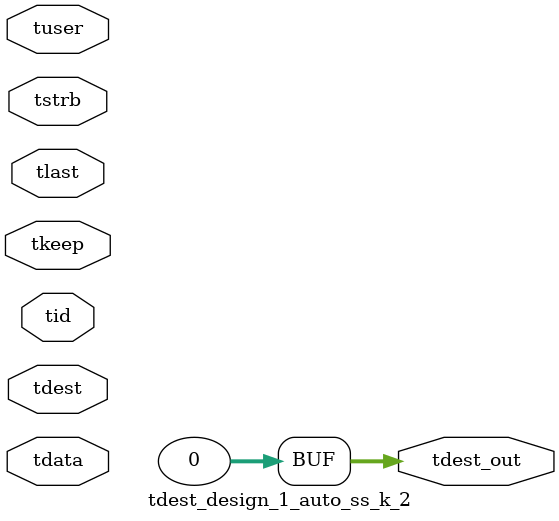
<source format=v>


`timescale 1ps/1ps

module tdest_design_1_auto_ss_k_2 #
(
parameter C_S_AXIS_TDATA_WIDTH = 32,
parameter C_S_AXIS_TUSER_WIDTH = 0,
parameter C_S_AXIS_TID_WIDTH   = 0,
parameter C_S_AXIS_TDEST_WIDTH = 0,
parameter C_M_AXIS_TDEST_WIDTH = 32
)
(
input  [(C_S_AXIS_TDATA_WIDTH == 0 ? 1 : C_S_AXIS_TDATA_WIDTH)-1:0     ] tdata,
input  [(C_S_AXIS_TUSER_WIDTH == 0 ? 1 : C_S_AXIS_TUSER_WIDTH)-1:0     ] tuser,
input  [(C_S_AXIS_TID_WIDTH   == 0 ? 1 : C_S_AXIS_TID_WIDTH)-1:0       ] tid,
input  [(C_S_AXIS_TDEST_WIDTH == 0 ? 1 : C_S_AXIS_TDEST_WIDTH)-1:0     ] tdest,
input  [(C_S_AXIS_TDATA_WIDTH/8)-1:0 ] tkeep,
input  [(C_S_AXIS_TDATA_WIDTH/8)-1:0 ] tstrb,
input                                                                    tlast,
output [C_M_AXIS_TDEST_WIDTH-1:0] tdest_out
);

assign tdest_out = {1'b0};

endmodule


</source>
